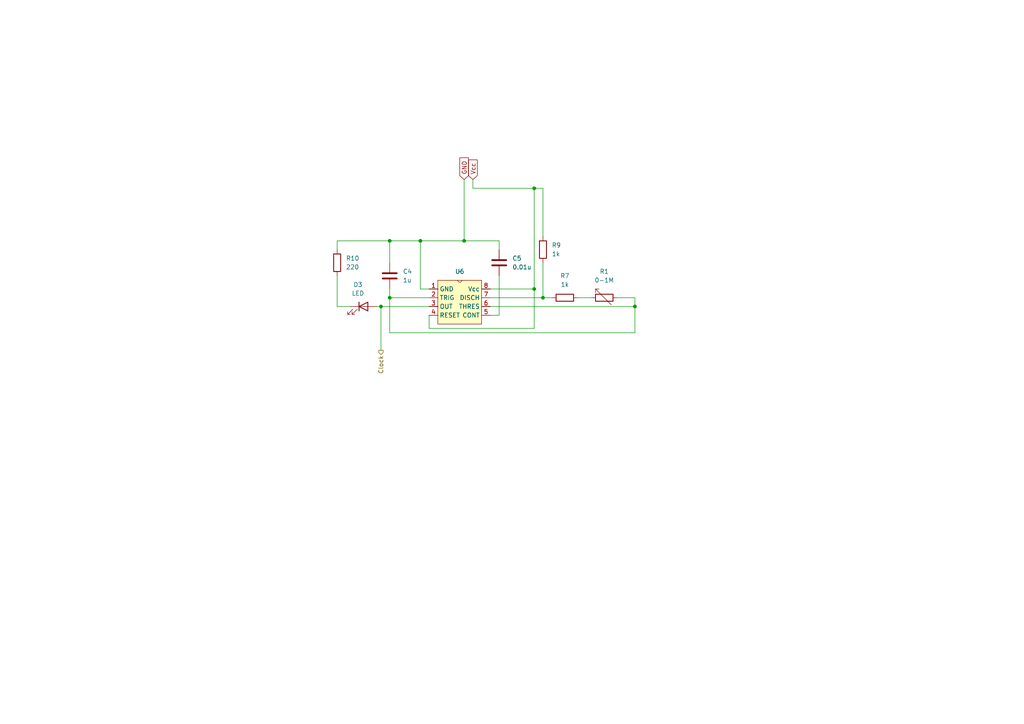
<source format=kicad_sch>
(kicad_sch (version 20230121) (generator eeschema)
  (paper "A4")
  (lib_symbols
    (symbol "Custom:NE555"
      (property "Reference" "U" (at 0 0 0))
      (symbol "NE555_0_1"
        (arc (start -0.635 -2.5513) (mid 0 -3.088) (end 0.635 -2.5513))
      )
      (symbol "NE555_1_1"
        (rectangle (start -6.35 -2.54) (end 6.35 -15.24) (fill (type background)))
        (pin passive line (at -8.89 -5.08 0) (length 2.54) (name "GND") (number "1"))
        (pin input line (at -8.89 -7.62 0) (length 2.54) (name "TRIG") (number "2"))
        (pin output line (at -8.89 -10.16 0) (length 2.54) (name "OUT") (number "3"))
        (pin input line (at -8.89 -12.7 0) (length 2.54) (name "RESET") (number "4"))
        (pin bidirectional line (at 8.89 -12.7 180) (length 2.54) (name "CONT") (number "5"))
        (pin input line (at 8.89 -10.16 180) (length 2.54) (name "THRES") (number "6"))
        (pin output line (at 8.89 -7.62 180) (length 2.54) (name "DISCH") (number "7"))
        (pin passive line (at 8.89 -5.08 180) (length 2.54) (name "Vcc") (number "8"))
      )
    )
    (symbol "Device:C" (pin_numbers hide) (pin_names (offset 0.254))
      (property "Reference" "C" (at 0.635 2.54 0))
      (property "Value" "C" (at 0.635 -2.54 0))
      (symbol "C_0_1"
        (polyline (pts (xy -2.032 -0.762) (xy 2.032 -0.762)) (stroke (width 0.508)))
        (polyline (pts (xy -2.032 0.762) (xy 2.032 0.762)) (stroke (width 0.508)))
      )
      (symbol "C_1_1"
        (pin passive line (at 0 3.81 270) (length 2.794) (name "~") (number "1"))
        (pin passive line (at 0 -3.81 90) (length 2.794) (name "~") (number "2"))
      )
    )
    (symbol "Device:LED" (pin_numbers hide) (pin_names (offset 1.016) hide)
      (property "Reference" "D" (at 0 2.54 0))
      (property "Value" "LED" (at 0 -2.54 0))
      (symbol "LED_0_1"
        (polyline (pts (xy -1.27 -1.27) (xy -1.27 1.27)) (stroke (width 0.254)))
        (polyline (pts (xy -1.27 0) (xy 1.27 0)))
        (polyline (pts (xy 1.27 -1.27) (xy 1.27 1.27) (xy -1.27 0) (xy 1.27 -1.27)) (stroke (width 0.254)))
        (polyline (pts (xy -3.048 -0.762) (xy -4.572 -2.286) (xy -3.81 -2.286) (xy -4.572 -2.286) (xy -4.572 -1.524)))
        (polyline (pts (xy -1.778 -0.762) (xy -3.302 -2.286) (xy -2.54 -2.286) (xy -3.302 -2.286) (xy -3.302 -1.524)))
      )
      (symbol "LED_1_1"
        (pin passive line (at -3.81 0 0) (length 2.54) (name "K") (number "1"))
        (pin passive line (at 3.81 0 180) (length 2.54) (name "A") (number "2"))
      )
    )
    (symbol "Device:R" (pin_numbers hide) (pin_names (offset 0))
      (property "Reference" "R" (at 2.032 0 90))
      (property "Value" "R" (at 0 0 90))
      (symbol "R_0_1"
        (rectangle (start -1.016 -2.54) (end 1.016 2.54) (stroke (width 0.254)))
      )
      (symbol "R_1_1"
        (pin passive line (at 0 3.81 270) (length 1.27) (name "~") (number "1"))
        (pin passive line (at 0 -3.81 90) (length 1.27) (name "~") (number "2"))
      )
    )
    (symbol "Device:R_Variable" (pin_numbers hide) (pin_names (offset 0))
      (property "Reference" "R" (at 2.54 -2.54 90))
      (property "Value" "R_Variable" (at -2.54 -1.27 90))
      (symbol "R_Variable_0_1"
        (rectangle (start -1.016 -2.54) (end 1.016 2.54) (stroke (width 0.254)))
        (polyline (pts (xy 2.54 1.524) (xy 2.54 2.54) (xy 1.524 2.54) (xy 2.54 2.54) (xy -2.032 -2.032)))
      )
      (symbol "R_Variable_1_1"
        (pin passive line (at 0 3.81 270) (length 1.27) (name "~") (number "1"))
        (pin passive line (at 0 -3.81 90) (length 1.27) (name "~") (number "2"))
      )
    )
  )
  (junction (at 184.15 88.9))
  (junction (at 121.92 69.85))
  (junction (at 157.48 86.36))
  (junction (at 134.62 69.85))
  (junction (at 154.94 54.61))
  (junction (at 154.94 83.82))
  (junction (at 113.03 86.36))
  (junction (at 113.03 69.85))
  (junction (at 110.49 88.9))
  (wire (pts (xy 157.48 86.36) (xy 160.02 86.36)))
  (wire (pts (xy 144.78 91.44) (xy 144.78 80.01)))
  (wire (pts (xy 101.6 88.9) (xy 97.79 88.9)))
  (wire (pts (xy 124.46 91.44) (xy 124.46 95.25)))
  (wire (pts (xy 113.03 69.85) (xy 113.03 76.2)))
  (wire (pts (xy 124.46 83.82) (xy 121.92 83.82)))
  (wire (pts (xy 113.03 96.52) (xy 113.03 86.36)))
  (wire (pts (xy 157.48 86.36) (xy 157.48 76.2)))
  (wire (pts (xy 113.03 69.85) (xy 121.92 69.85)))
  (wire (pts (xy 97.79 88.9) (xy 97.79 80.01)))
  (wire (pts (xy 142.24 83.82) (xy 154.94 83.82)))
  (wire (pts (xy 144.78 69.85) (xy 134.62 69.85)))
  (wire (pts (xy 137.16 54.61) (xy 154.94 54.61)))
  (wire (pts (xy 109.22 88.9) (xy 110.49 88.9)))
  (wire (pts (xy 184.15 86.36) (xy 179.07 86.36)))
  (wire (pts (xy 142.24 86.36) (xy 157.48 86.36)))
  (wire (pts (xy 154.94 54.61) (xy 154.94 83.82)))
  (wire (pts (xy 110.49 88.9) (xy 124.46 88.9)))
  (wire (pts (xy 121.92 69.85) (xy 134.62 69.85)))
  (wire (pts (xy 137.16 52.07) (xy 137.16 54.61)))
  (wire (pts (xy 121.92 69.85) (xy 121.92 83.82)))
  (wire (pts (xy 157.48 54.61) (xy 157.48 68.58)))
  (wire (pts (xy 171.45 86.36) (xy 167.64 86.36)))
  (wire (pts (xy 97.79 69.85) (xy 97.79 72.39)))
  (wire (pts (xy 97.79 69.85) (xy 113.03 69.85)))
  (wire (pts (xy 184.15 96.52) (xy 113.03 96.52)))
  (wire (pts (xy 154.94 54.61) (xy 157.48 54.61)))
  (wire (pts (xy 184.15 88.9) (xy 184.15 96.52)))
  (wire (pts (xy 134.62 52.07) (xy 134.62 69.85)))
  (wire (pts (xy 110.49 88.9) (xy 110.49 101.6)))
  (wire (pts (xy 142.24 88.9) (xy 184.15 88.9)))
  (wire (pts (xy 113.03 83.82) (xy 113.03 86.36)))
  (wire (pts (xy 144.78 72.39) (xy 144.78 69.85)))
  (wire (pts (xy 154.94 95.25) (xy 154.94 83.82)))
  (wire (pts (xy 184.15 86.36) (xy 184.15 88.9)))
  (wire (pts (xy 113.03 86.36) (xy 124.46 86.36)))
  (wire (pts (xy 124.46 95.25) (xy 154.94 95.25)))
  (wire (pts (xy 142.24 91.44) (xy 144.78 91.44)))
  (global_label "GND" (shape input) (at 134.62 52.07 90) (property "Intersheetrefs" "${INTERSHEET_REFS}" (effects hide)))
  (global_label "Vcc" (shape input) (at 137.16 52.07 90) (property "Intersheetrefs" "${INTERSHEET_REFS}" (effects hide)))
  (hierarchical_label "Clock" (shape output) (at 110.49 101.6 270))
  (symbol (lib_id "Device:C") (at 144.78 76.2 0) (unit 1)
    (property "Reference" "C5" (at 148.59 74.93 0) (effects (justify left)))
    (property "Value" "0.01u" (at 148.59 77.47 0) (effects (justify left)))
    (property "Footprint" "Capacitor_SMD:C_0805_2012Metric_Pad1.18x1.45mm_HandSolder" (effects hide))
    (property "LCSC" "C3015138" (effects hide))
    (instances (project "clock" (path "" (reference "C5") (unit 1))) (project "cumputer" (path "" (reference "C2") (unit 1)) (path "" (reference "C3") (unit 1))))
  )
  (symbol (lib_id "Custom:NE555") (at 133.35 78.74 0) (unit 1)
    (property "Reference" "U6" (at 133.35 78.74 0))
    (property "Value" "~" (at 133.35 78.74 0))
    (property "Footprint" "DIP Socket:DIP-8_W7.62mm_Socket_LongPads" (effects hide))
    (property "LCSC" "C18164403" (effects hide))
    (instances (project "clock" (path "" (reference "U6") (unit 1))) (project "cumputer" (path "" (reference "U1") (unit 1)) (path "" (reference "U1") (unit 1))))
  )
  (symbol (lib_id "Device:LED") (at 105.41 88.9 0) (unit 1)
    (property "Reference" "D3" (at 103.8225 82.55 0))
    (property "Value" "LED" (at 103.8225 85.09 0))
    (property "Footprint" "LED_SMD:LED_1206_3216Metric_Pad1.42x1.75mm_HandSolder" (effects hide))
    (property "LCSC" "C965799" (effects hide))
    (instances (project "clock" (path "" (reference "D3") (unit 1))) (project "cumputer" (path "" (reference "D1") (unit 1)) (path "" (reference "D1") (unit 1))))
  )
  (symbol (lib_id "Device:R") (at 97.79 76.2 0) (unit 1)
    (property "Reference" "R10" (at 100.33 74.93 0) (effects (justify left)))
    (property "Value" "220" (at 100.33 77.47 0) (effects (justify left)))
    (property "Footprint" "Resistor_SMD:R_1206_3216Metric_Pad1.30x1.75mm_HandSolder" (effects hide))
    (property "LCSC" "C2933642" (effects hide))
    (instances (project "clock" (path "" (reference "R10") (unit 1))) (project "cumputer" (path "" (reference "R3") (unit 1)) (path "" (reference "R1") (unit 1))))
  )
  (symbol (lib_id "Device:R_Variable") (at 175.26 86.36 90) (unit 1)
    (property "Reference" "R1" (at 175.26 78.74 90))
    (property "Value" "0-1M" (at 175.26 81.28 90))
    (property "Footprint" "Potentiometer_THT:Potentiometer_Vishay_248GJ-249GJ_Single_Vertical" (effects hide))
    (instances (project "front_pannel" (path "" (reference "R1") (unit 1))) (project "clock" (path "" (reference "R8") (unit 1))) (project "cumputer" (path "" (reference "R4") (unit 1)) (path "" (reference "R4") (unit 1))))
  )
  (symbol (lib_id "Device:R") (at 163.83 86.36 90) (unit 1)
    (property "Reference" "R7" (at 163.83 80.01 90))
    (property "Value" "1k" (at 163.83 82.55 90))
    (property "Footprint" "Resistor_SMD:R_1206_3216Metric_Pad1.30x1.75mm_HandSolder" (effects hide))
    (property "LCSC" "C4410" (effects hide))
    (instances (project "clock" (path "" (reference "R7") (unit 1))) (project "cumputer" (path "" (reference "R2") (unit 1)) (path "" (reference "R3") (unit 1))))
  )
  (symbol (lib_id "Device:C") (at 113.03 80.01 0) (unit 1)
    (property "Reference" "C4" (at 116.84 78.74 0) (effects (justify left)))
    (property "Value" "1u" (at 116.84 81.28 0) (effects (justify left)))
    (property "Footprint" "Capacitor_SMD:C_0805_2012Metric_Pad1.18x1.45mm_HandSolder" (effects hide))
    (property "LCSC" "C2837735" (effects hide))
    (instances (project "clock" (path "" (reference "C4") (unit 1))) (project "cumputer" (path "" (reference "C1") (unit 1)) (path "" (reference "C1") (unit 1))))
  )
  (symbol (lib_id "Device:R") (at 157.48 72.39 0) (unit 1)
    (property "Reference" "R9" (at 160.02 71.12 0) (effects (justify left)))
    (property "Value" "1k" (at 160.02 73.66 0) (effects (justify left)))
    (property "Footprint" "Resistor_SMD:R_1206_3216Metric_Pad1.30x1.75mm_HandSolder" (effects hide))
    (property "LCSC" "C4410" (effects hide))
    (instances (project "clock" (path "" (reference "R9") (unit 1))) (project "cumputer" (path "" (reference "R1") (unit 1)) (path "" (reference "R2") (unit 1))))
  )
)
</source>
